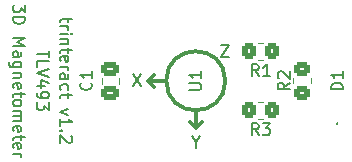
<source format=gto>
G04 #@! TF.GenerationSoftware,KiCad,Pcbnew,(6.0.10)*
G04 #@! TF.CreationDate,2023-05-08T16:14:21+03:00*
G04 #@! TF.ProjectId,trinteract,7472696e-7465-4726-9163-742e6b696361,rev?*
G04 #@! TF.SameCoordinates,Original*
G04 #@! TF.FileFunction,Legend,Top*
G04 #@! TF.FilePolarity,Positive*
%FSLAX46Y46*%
G04 Gerber Fmt 4.6, Leading zero omitted, Abs format (unit mm)*
G04 Created by KiCad (PCBNEW (6.0.10)) date 2023-05-08 16:14:21*
%MOMM*%
%LPD*%
G01*
G04 APERTURE LIST*
G04 Aperture macros list*
%AMRoundRect*
0 Rectangle with rounded corners*
0 $1 Rounding radius*
0 $2 $3 $4 $5 $6 $7 $8 $9 X,Y pos of 4 corners*
0 Add a 4 corners polygon primitive as box body*
4,1,4,$2,$3,$4,$5,$6,$7,$8,$9,$2,$3,0*
0 Add four circle primitives for the rounded corners*
1,1,$1+$1,$2,$3*
1,1,$1+$1,$4,$5*
1,1,$1+$1,$6,$7*
1,1,$1+$1,$8,$9*
0 Add four rect primitives between the rounded corners*
20,1,$1+$1,$2,$3,$4,$5,0*
20,1,$1+$1,$4,$5,$6,$7,0*
20,1,$1+$1,$6,$7,$8,$9,0*
20,1,$1+$1,$8,$9,$2,$3,0*%
G04 Aperture macros list end*
%ADD10C,0.300000*%
%ADD11C,0.150000*%
%ADD12C,0.200000*%
%ADD13C,0.120000*%
%ADD14R,1.600000X1.500000*%
%ADD15C,5.600000*%
%ADD16RoundRect,0.250000X0.350000X0.450000X-0.350000X0.450000X-0.350000X-0.450000X0.350000X-0.450000X0*%
%ADD17RoundRect,0.250000X-0.450000X0.350000X-0.450000X-0.350000X0.450000X-0.350000X0.450000X0.350000X0*%
%ADD18R,0.507200X0.794499*%
%ADD19RoundRect,0.250000X-0.475000X0.337500X-0.475000X-0.337500X0.475000X-0.337500X0.475000X0.337500X0*%
%ADD20C,1.752600*%
%ADD21R,1.700000X1.700000*%
%ADD22O,1.700000X1.700000*%
G04 APERTURE END LIST*
D10*
X144500000Y-101000000D02*
G75*
G03*
X144500000Y-101000000I-2500000J0D01*
G01*
X142000000Y-105000000D02*
X141500000Y-104500000D01*
X139500000Y-101000000D02*
X138000000Y-101000000D01*
X142000000Y-103500000D02*
X142000000Y-105000000D01*
X142000000Y-105000000D02*
X142500000Y-104500000D01*
X138000000Y-101000000D02*
X138500000Y-100500000D01*
X138000000Y-101000000D02*
X138500000Y-101500000D01*
D11*
X142000000Y-106226190D02*
X142000000Y-106702380D01*
X141666666Y-105702380D02*
X142000000Y-106226190D01*
X142333333Y-105702380D01*
X129547619Y-98452380D02*
X129547619Y-99023809D01*
X128547619Y-98738095D02*
X129547619Y-98738095D01*
X128547619Y-99833333D02*
X128547619Y-99357142D01*
X129547619Y-99357142D01*
X129547619Y-100023809D02*
X128547619Y-100357142D01*
X129547619Y-100690476D01*
X129214285Y-101452380D02*
X128547619Y-101452380D01*
X129595238Y-101214285D02*
X128880952Y-100976190D01*
X128880952Y-101595238D01*
X128547619Y-102023809D02*
X128547619Y-102214285D01*
X128595238Y-102309523D01*
X128642857Y-102357142D01*
X128785714Y-102452380D01*
X128976190Y-102500000D01*
X129357142Y-102500000D01*
X129452380Y-102452380D01*
X129500000Y-102404761D01*
X129547619Y-102309523D01*
X129547619Y-102119047D01*
X129500000Y-102023809D01*
X129452380Y-101976190D01*
X129357142Y-101928571D01*
X129119047Y-101928571D01*
X129023809Y-101976190D01*
X128976190Y-102023809D01*
X128928571Y-102119047D01*
X128928571Y-102309523D01*
X128976190Y-102404761D01*
X129023809Y-102452380D01*
X129119047Y-102500000D01*
X129547619Y-102833333D02*
X129547619Y-103452380D01*
X129166666Y-103119047D01*
X129166666Y-103261904D01*
X129119047Y-103357142D01*
X129071428Y-103404761D01*
X128976190Y-103452380D01*
X128738095Y-103452380D01*
X128642857Y-103404761D01*
X128595238Y-103357142D01*
X128547619Y-103261904D01*
X128547619Y-102976190D01*
X128595238Y-102880952D01*
X128642857Y-102833333D01*
X144166666Y-97952380D02*
X144833333Y-97952380D01*
X144166666Y-98952380D01*
X144833333Y-98952380D01*
X127547619Y-94571428D02*
X127547619Y-95190476D01*
X127166666Y-94857142D01*
X127166666Y-95000000D01*
X127119047Y-95095238D01*
X127071428Y-95142857D01*
X126976190Y-95190476D01*
X126738095Y-95190476D01*
X126642857Y-95142857D01*
X126595238Y-95095238D01*
X126547619Y-95000000D01*
X126547619Y-94714285D01*
X126595238Y-94619047D01*
X126642857Y-94571428D01*
X126547619Y-95619047D02*
X127547619Y-95619047D01*
X127547619Y-95857142D01*
X127500000Y-96000000D01*
X127404761Y-96095238D01*
X127309523Y-96142857D01*
X127119047Y-96190476D01*
X126976190Y-96190476D01*
X126785714Y-96142857D01*
X126690476Y-96095238D01*
X126595238Y-96000000D01*
X126547619Y-95857142D01*
X126547619Y-95619047D01*
X126547619Y-97380952D02*
X127547619Y-97380952D01*
X126833333Y-97714285D01*
X127547619Y-98047619D01*
X126547619Y-98047619D01*
X126547619Y-98952380D02*
X127071428Y-98952380D01*
X127166666Y-98904761D01*
X127214285Y-98809523D01*
X127214285Y-98619047D01*
X127166666Y-98523809D01*
X126595238Y-98952380D02*
X126547619Y-98857142D01*
X126547619Y-98619047D01*
X126595238Y-98523809D01*
X126690476Y-98476190D01*
X126785714Y-98476190D01*
X126880952Y-98523809D01*
X126928571Y-98619047D01*
X126928571Y-98857142D01*
X126976190Y-98952380D01*
X127214285Y-99857142D02*
X126404761Y-99857142D01*
X126309523Y-99809523D01*
X126261904Y-99761904D01*
X126214285Y-99666666D01*
X126214285Y-99523809D01*
X126261904Y-99428571D01*
X126595238Y-99857142D02*
X126547619Y-99761904D01*
X126547619Y-99571428D01*
X126595238Y-99476190D01*
X126642857Y-99428571D01*
X126738095Y-99380952D01*
X127023809Y-99380952D01*
X127119047Y-99428571D01*
X127166666Y-99476190D01*
X127214285Y-99571428D01*
X127214285Y-99761904D01*
X127166666Y-99857142D01*
X127214285Y-100333333D02*
X126547619Y-100333333D01*
X127119047Y-100333333D02*
X127166666Y-100380952D01*
X127214285Y-100476190D01*
X127214285Y-100619047D01*
X127166666Y-100714285D01*
X127071428Y-100761904D01*
X126547619Y-100761904D01*
X126595238Y-101619047D02*
X126547619Y-101523809D01*
X126547619Y-101333333D01*
X126595238Y-101238095D01*
X126690476Y-101190476D01*
X127071428Y-101190476D01*
X127166666Y-101238095D01*
X127214285Y-101333333D01*
X127214285Y-101523809D01*
X127166666Y-101619047D01*
X127071428Y-101666666D01*
X126976190Y-101666666D01*
X126880952Y-101190476D01*
X127214285Y-101952380D02*
X127214285Y-102333333D01*
X127547619Y-102095238D02*
X126690476Y-102095238D01*
X126595238Y-102142857D01*
X126547619Y-102238095D01*
X126547619Y-102333333D01*
X126547619Y-102809523D02*
X126595238Y-102714285D01*
X126642857Y-102666666D01*
X126738095Y-102619047D01*
X127023809Y-102619047D01*
X127119047Y-102666666D01*
X127166666Y-102714285D01*
X127214285Y-102809523D01*
X127214285Y-102952380D01*
X127166666Y-103047619D01*
X127119047Y-103095238D01*
X127023809Y-103142857D01*
X126738095Y-103142857D01*
X126642857Y-103095238D01*
X126595238Y-103047619D01*
X126547619Y-102952380D01*
X126547619Y-102809523D01*
X126547619Y-103571428D02*
X127214285Y-103571428D01*
X127119047Y-103571428D02*
X127166666Y-103619047D01*
X127214285Y-103714285D01*
X127214285Y-103857142D01*
X127166666Y-103952380D01*
X127071428Y-104000000D01*
X126547619Y-104000000D01*
X127071428Y-104000000D02*
X127166666Y-104047619D01*
X127214285Y-104142857D01*
X127214285Y-104285714D01*
X127166666Y-104380952D01*
X127071428Y-104428571D01*
X126547619Y-104428571D01*
X126595238Y-105285714D02*
X126547619Y-105190476D01*
X126547619Y-105000000D01*
X126595238Y-104904761D01*
X126690476Y-104857142D01*
X127071428Y-104857142D01*
X127166666Y-104904761D01*
X127214285Y-105000000D01*
X127214285Y-105190476D01*
X127166666Y-105285714D01*
X127071428Y-105333333D01*
X126976190Y-105333333D01*
X126880952Y-104857142D01*
X127214285Y-105619047D02*
X127214285Y-106000000D01*
X127547619Y-105761904D02*
X126690476Y-105761904D01*
X126595238Y-105809523D01*
X126547619Y-105904761D01*
X126547619Y-106000000D01*
X126595238Y-106714285D02*
X126547619Y-106619047D01*
X126547619Y-106428571D01*
X126595238Y-106333333D01*
X126690476Y-106285714D01*
X127071428Y-106285714D01*
X127166666Y-106333333D01*
X127214285Y-106428571D01*
X127214285Y-106619047D01*
X127166666Y-106714285D01*
X127071428Y-106761904D01*
X126976190Y-106761904D01*
X126880952Y-106285714D01*
X126547619Y-107190476D02*
X127214285Y-107190476D01*
X127023809Y-107190476D02*
X127119047Y-107238095D01*
X127166666Y-107285714D01*
X127214285Y-107380952D01*
X127214285Y-107476190D01*
X131214285Y-95666666D02*
X131214285Y-96047619D01*
X131547619Y-95809523D02*
X130690476Y-95809523D01*
X130595238Y-95857142D01*
X130547619Y-95952380D01*
X130547619Y-96047619D01*
X130547619Y-96380952D02*
X131214285Y-96380952D01*
X131023809Y-96380952D02*
X131119047Y-96428571D01*
X131166666Y-96476190D01*
X131214285Y-96571428D01*
X131214285Y-96666666D01*
X130547619Y-97000000D02*
X131214285Y-97000000D01*
X131547619Y-97000000D02*
X131500000Y-96952380D01*
X131452380Y-97000000D01*
X131500000Y-97047619D01*
X131547619Y-97000000D01*
X131452380Y-97000000D01*
X131214285Y-97476190D02*
X130547619Y-97476190D01*
X131119047Y-97476190D02*
X131166666Y-97523809D01*
X131214285Y-97619047D01*
X131214285Y-97761904D01*
X131166666Y-97857142D01*
X131071428Y-97904761D01*
X130547619Y-97904761D01*
X131214285Y-98238095D02*
X131214285Y-98619047D01*
X131547619Y-98380952D02*
X130690476Y-98380952D01*
X130595238Y-98428571D01*
X130547619Y-98523809D01*
X130547619Y-98619047D01*
X130595238Y-99333333D02*
X130547619Y-99238095D01*
X130547619Y-99047619D01*
X130595238Y-98952380D01*
X130690476Y-98904761D01*
X131071428Y-98904761D01*
X131166666Y-98952380D01*
X131214285Y-99047619D01*
X131214285Y-99238095D01*
X131166666Y-99333333D01*
X131071428Y-99380952D01*
X130976190Y-99380952D01*
X130880952Y-98904761D01*
X130547619Y-99809523D02*
X131214285Y-99809523D01*
X131023809Y-99809523D02*
X131119047Y-99857142D01*
X131166666Y-99904761D01*
X131214285Y-100000000D01*
X131214285Y-100095238D01*
X130547619Y-100857142D02*
X131071428Y-100857142D01*
X131166666Y-100809523D01*
X131214285Y-100714285D01*
X131214285Y-100523809D01*
X131166666Y-100428571D01*
X130595238Y-100857142D02*
X130547619Y-100761904D01*
X130547619Y-100523809D01*
X130595238Y-100428571D01*
X130690476Y-100380952D01*
X130785714Y-100380952D01*
X130880952Y-100428571D01*
X130928571Y-100523809D01*
X130928571Y-100761904D01*
X130976190Y-100857142D01*
X130595238Y-101761904D02*
X130547619Y-101666666D01*
X130547619Y-101476190D01*
X130595238Y-101380952D01*
X130642857Y-101333333D01*
X130738095Y-101285714D01*
X131023809Y-101285714D01*
X131119047Y-101333333D01*
X131166666Y-101380952D01*
X131214285Y-101476190D01*
X131214285Y-101666666D01*
X131166666Y-101761904D01*
X131214285Y-102047619D02*
X131214285Y-102428571D01*
X131547619Y-102190476D02*
X130690476Y-102190476D01*
X130595238Y-102238095D01*
X130547619Y-102333333D01*
X130547619Y-102428571D01*
X131214285Y-103428571D02*
X130547619Y-103666666D01*
X131214285Y-103904761D01*
X130547619Y-104809523D02*
X130547619Y-104238095D01*
X130547619Y-104523809D02*
X131547619Y-104523809D01*
X131404761Y-104428571D01*
X131309523Y-104333333D01*
X131261904Y-104238095D01*
X130642857Y-105238095D02*
X130595238Y-105285714D01*
X130547619Y-105238095D01*
X130595238Y-105190476D01*
X130642857Y-105238095D01*
X130547619Y-105238095D01*
X131452380Y-105666666D02*
X131500000Y-105714285D01*
X131547619Y-105809523D01*
X131547619Y-106047619D01*
X131500000Y-106142857D01*
X131452380Y-106190476D01*
X131357142Y-106238095D01*
X131261904Y-106238095D01*
X131119047Y-106190476D01*
X130547619Y-105619047D01*
X130547619Y-106238095D01*
X136666666Y-100452380D02*
X137333333Y-101452380D01*
X137333333Y-100452380D02*
X136666666Y-101452380D01*
G04 #@! TO.C,D1*
X154452380Y-101738095D02*
X153452380Y-101738095D01*
X153452380Y-101500000D01*
X153500000Y-101357142D01*
X153595238Y-101261904D01*
X153690476Y-101214285D01*
X153880952Y-101166666D01*
X154023809Y-101166666D01*
X154214285Y-101214285D01*
X154309523Y-101261904D01*
X154404761Y-101357142D01*
X154452380Y-101500000D01*
X154452380Y-101738095D01*
X154452380Y-100214285D02*
X154452380Y-100785714D01*
X154452380Y-100500000D02*
X153452380Y-100500000D01*
X153595238Y-100595238D01*
X153690476Y-100690476D01*
X153738095Y-100785714D01*
G04 #@! TO.C,R3*
X147333333Y-105602380D02*
X147000000Y-105126190D01*
X146761904Y-105602380D02*
X146761904Y-104602380D01*
X147142857Y-104602380D01*
X147238095Y-104650000D01*
X147285714Y-104697619D01*
X147333333Y-104792857D01*
X147333333Y-104935714D01*
X147285714Y-105030952D01*
X147238095Y-105078571D01*
X147142857Y-105126190D01*
X146761904Y-105126190D01*
X147666666Y-104602380D02*
X148285714Y-104602380D01*
X147952380Y-104983333D01*
X148095238Y-104983333D01*
X148190476Y-105030952D01*
X148238095Y-105078571D01*
X148285714Y-105173809D01*
X148285714Y-105411904D01*
X148238095Y-105507142D01*
X148190476Y-105554761D01*
X148095238Y-105602380D01*
X147809523Y-105602380D01*
X147714285Y-105554761D01*
X147666666Y-105507142D01*
G04 #@! TO.C,R1*
X147333333Y-100602380D02*
X147000000Y-100126190D01*
X146761904Y-100602380D02*
X146761904Y-99602380D01*
X147142857Y-99602380D01*
X147238095Y-99650000D01*
X147285714Y-99697619D01*
X147333333Y-99792857D01*
X147333333Y-99935714D01*
X147285714Y-100030952D01*
X147238095Y-100078571D01*
X147142857Y-100126190D01*
X146761904Y-100126190D01*
X148285714Y-100602380D02*
X147714285Y-100602380D01*
X148000000Y-100602380D02*
X148000000Y-99602380D01*
X147904761Y-99745238D01*
X147809523Y-99840476D01*
X147714285Y-99888095D01*
G04 #@! TO.C,R2*
X149952380Y-101166666D02*
X149476190Y-101500000D01*
X149952380Y-101738095D02*
X148952380Y-101738095D01*
X148952380Y-101357142D01*
X149000000Y-101261904D01*
X149047619Y-101214285D01*
X149142857Y-101166666D01*
X149285714Y-101166666D01*
X149380952Y-101214285D01*
X149428571Y-101261904D01*
X149476190Y-101357142D01*
X149476190Y-101738095D01*
X149047619Y-100785714D02*
X149000000Y-100738095D01*
X148952380Y-100642857D01*
X148952380Y-100404761D01*
X149000000Y-100309523D01*
X149047619Y-100261904D01*
X149142857Y-100214285D01*
X149238095Y-100214285D01*
X149380952Y-100261904D01*
X149952380Y-100833333D01*
X149952380Y-100214285D01*
G04 #@! TO.C,U1*
X141452380Y-101761904D02*
X142261904Y-101761904D01*
X142357142Y-101714285D01*
X142404761Y-101666666D01*
X142452380Y-101571428D01*
X142452380Y-101380952D01*
X142404761Y-101285714D01*
X142357142Y-101238095D01*
X142261904Y-101190476D01*
X141452380Y-101190476D01*
X142452380Y-100190476D02*
X142452380Y-100761904D01*
X142452380Y-100476190D02*
X141452380Y-100476190D01*
X141595238Y-100571428D01*
X141690476Y-100666666D01*
X141738095Y-100761904D01*
G04 #@! TO.C,C1*
X133122142Y-101166666D02*
X133169761Y-101214285D01*
X133217380Y-101357142D01*
X133217380Y-101452380D01*
X133169761Y-101595238D01*
X133074523Y-101690476D01*
X132979285Y-101738095D01*
X132788809Y-101785714D01*
X132645952Y-101785714D01*
X132455476Y-101738095D01*
X132360238Y-101690476D01*
X132265000Y-101595238D01*
X132217380Y-101452380D01*
X132217380Y-101357142D01*
X132265000Y-101214285D01*
X132312619Y-101166666D01*
X133217380Y-100214285D02*
X133217380Y-100785714D01*
X133217380Y-100500000D02*
X132217380Y-100500000D01*
X132360238Y-100595238D01*
X132455476Y-100690476D01*
X132503095Y-100785714D01*
D12*
G04 #@! TO.C,D1*
X154000000Y-104700000D02*
X154000000Y-104700000D01*
X154000000Y-104600000D02*
X154000000Y-104600000D01*
X154000000Y-104700000D02*
X154000000Y-104700000D01*
X154000000Y-104600000D02*
G75*
G03*
X154000000Y-104700000I0J-50000D01*
G01*
X154000000Y-104700000D02*
G75*
G03*
X154000000Y-104600000I0J50000D01*
G01*
X154000000Y-104700000D02*
G75*
G03*
X154000000Y-104600000I0J50000D01*
G01*
D13*
G04 #@! TO.C,R3*
X147727064Y-104235000D02*
X147272936Y-104235000D01*
X147727064Y-102765000D02*
X147272936Y-102765000D01*
G04 #@! TO.C,R1*
X147727064Y-99235000D02*
X147272936Y-99235000D01*
X147727064Y-97765000D02*
X147272936Y-97765000D01*
G04 #@! TO.C,R2*
X150265000Y-100772936D02*
X150265000Y-101227064D01*
X151735000Y-100772936D02*
X151735000Y-101227064D01*
G04 #@! TO.C,C1*
X135500000Y-100738748D02*
X135500000Y-101261252D01*
X134030000Y-100738748D02*
X134030000Y-101261252D01*
G04 #@! TD*
%LPC*%
D14*
G04 #@! TO.C,D1*
X154000000Y-102750000D03*
X154000000Y-99250000D03*
G04 #@! TD*
D15*
G04 #@! TO.C,H3*
X159000000Y-101000000D03*
G04 #@! TD*
D16*
G04 #@! TO.C,R3*
X148500000Y-103500000D03*
X146500000Y-103500000D03*
G04 #@! TD*
D15*
G04 #@! TO.C,H1*
X125000000Y-92000000D03*
G04 #@! TD*
D16*
G04 #@! TO.C,R1*
X148500000Y-98500000D03*
X146500000Y-98500000D03*
G04 #@! TD*
D15*
G04 #@! TO.C,H2*
X125000000Y-110000000D03*
G04 #@! TD*
D17*
G04 #@! TO.C,R2*
X151000000Y-100000000D03*
X151000000Y-102000000D03*
G04 #@! TD*
D18*
G04 #@! TO.C,U1*
X141049999Y-102248151D03*
X142000000Y-102248151D03*
X142950001Y-102248151D03*
X142950001Y-99751849D03*
X142000000Y-99751849D03*
X141049999Y-99751849D03*
G04 #@! TD*
D19*
G04 #@! TO.C,C1*
X134765000Y-99962500D03*
X134765000Y-102037500D03*
G04 #@! TD*
D20*
G04 #@! TO.C,U2*
X158970000Y-108620000D03*
X156430000Y-108620000D03*
X153890000Y-108620000D03*
X151350000Y-108620000D03*
X148810000Y-108620000D03*
X146270000Y-108620000D03*
X143730000Y-108620000D03*
X141190000Y-108620000D03*
X138650000Y-108620000D03*
X136110000Y-108620000D03*
X133570000Y-108620000D03*
X131030000Y-108620000D03*
X131030000Y-93380000D03*
X133570000Y-93380000D03*
X136110000Y-93380000D03*
X138650000Y-93380000D03*
X141190000Y-93380000D03*
X143730000Y-93380000D03*
X146270000Y-93380000D03*
X148810000Y-93380000D03*
X151350000Y-93380000D03*
X153890000Y-93380000D03*
X156430000Y-93380000D03*
X158970000Y-93380000D03*
G04 #@! TD*
D21*
G04 #@! TO.C,J3*
X151370000Y-111955000D03*
D22*
X153910000Y-111955000D03*
X156450000Y-111955000D03*
X158990000Y-111955000D03*
G04 #@! TD*
D21*
G04 #@! TO.C,J1*
X159000000Y-90000000D03*
D22*
X156460000Y-90000000D03*
X153920000Y-90000000D03*
X151380000Y-90000000D03*
X148840000Y-90000000D03*
X146300000Y-90000000D03*
X143760000Y-90000000D03*
X141220000Y-90000000D03*
X138680000Y-90000000D03*
X136140000Y-90000000D03*
X133600000Y-90000000D03*
X131060000Y-90000000D03*
G04 #@! TD*
D21*
G04 #@! TO.C,J2*
X131025000Y-112000000D03*
D22*
X133565000Y-112000000D03*
X136105000Y-112000000D03*
X138645000Y-112000000D03*
X141185000Y-112000000D03*
G04 #@! TD*
M02*

</source>
